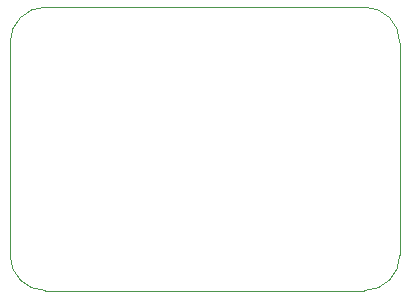
<source format=gbr>
%TF.GenerationSoftware,KiCad,Pcbnew,(5.99.0-8805-ge26c912b86)*%
%TF.CreationDate,2021-02-03T20:46:21+01:00*%
%TF.ProjectId,USB-CP2102-only,5553422d-4350-4323-9130-322d6f6e6c79,rev?*%
%TF.SameCoordinates,Original*%
%TF.FileFunction,Profile,NP*%
%FSLAX46Y46*%
G04 Gerber Fmt 4.6, Leading zero omitted, Abs format (unit mm)*
G04 Created by KiCad (PCBNEW (5.99.0-8805-ge26c912b86)) date 2021-02-03 20:46:21*
%MOMM*%
%LPD*%
G01*
G04 APERTURE LIST*
%TA.AperFunction,Profile*%
%ADD10C,0.050000*%
%TD*%
G04 APERTURE END LIST*
D10*
X180000000Y-132000000D02*
G75*
G03*
X183000000Y-129000000I0J3000000D01*
G01*
X183000000Y-111000000D02*
G75*
G03*
X180000000Y-108000000I-3000000J0D01*
G01*
X153000000Y-108000000D02*
G75*
G03*
X150000000Y-111000000I0J-3000000D01*
G01*
X150000000Y-129000000D02*
G75*
G03*
X153000000Y-132000000I3000000J0D01*
G01*
X150000000Y-129000000D02*
X150000000Y-120000000D01*
X153000000Y-108000000D02*
X180000000Y-108000000D01*
X180000000Y-132000000D02*
X153000000Y-132000000D01*
X183000000Y-111000000D02*
X183000000Y-129000000D01*
X150000000Y-120000000D02*
X150000000Y-111000000D01*
M02*

</source>
